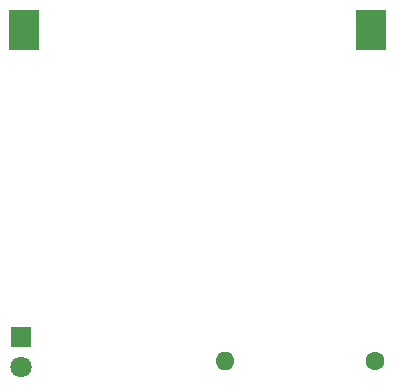
<source format=gbr>
%TF.GenerationSoftware,KiCad,Pcbnew,7.0.7*%
%TF.CreationDate,2023-09-10T22:48:18+01:00*%
%TF.ProjectId,kikad-tutorial,6b696b61-642d-4747-9574-6f7269616c2e,0*%
%TF.SameCoordinates,Original*%
%TF.FileFunction,Soldermask,Bot*%
%TF.FilePolarity,Negative*%
%FSLAX46Y46*%
G04 Gerber Fmt 4.6, Leading zero omitted, Abs format (unit mm)*
G04 Created by KiCad (PCBNEW 7.0.7) date 2023-09-10 22:48:18*
%MOMM*%
%LPD*%
G01*
G04 APERTURE LIST*
%ADD10C,1.600000*%
%ADD11O,1.600000X1.600000*%
%ADD12C,1.800000*%
%ADD13R,1.800000X1.800000*%
%ADD14R,2.540000X3.510000*%
G04 APERTURE END LIST*
D10*
%TO.C,R1*%
X75000000Y-87000000D03*
D11*
X62300000Y-87000000D03*
%TD*%
D12*
%TO.C,D1*%
X45000000Y-87540000D03*
D13*
X45000000Y-85000000D03*
%TD*%
D14*
%TO.C,BT1*%
X74680000Y-59000000D03*
X45320000Y-59000000D03*
%TD*%
M02*

</source>
